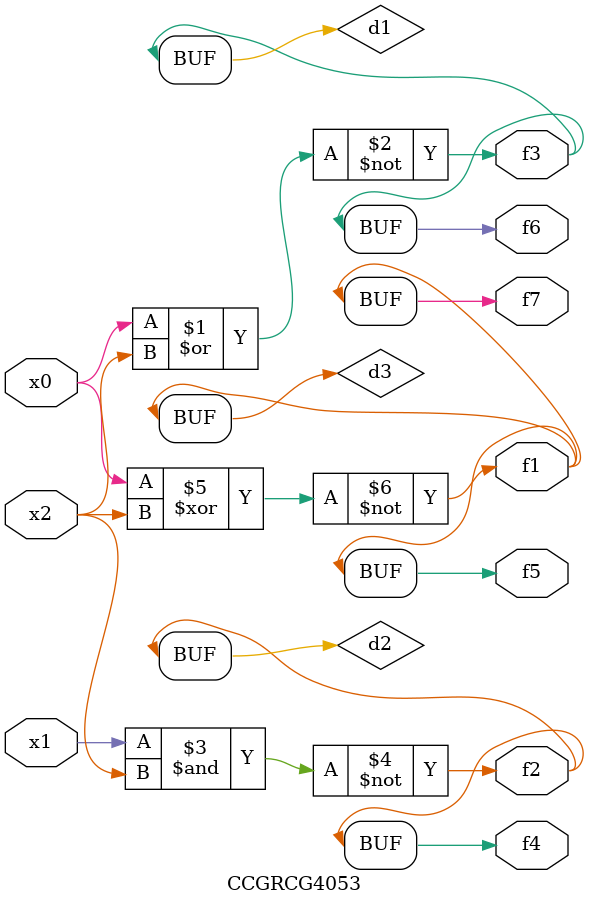
<source format=v>
module CCGRCG4053(
	input x0, x1, x2,
	output f1, f2, f3, f4, f5, f6, f7
);

	wire d1, d2, d3;

	nor (d1, x0, x2);
	nand (d2, x1, x2);
	xnor (d3, x0, x2);
	assign f1 = d3;
	assign f2 = d2;
	assign f3 = d1;
	assign f4 = d2;
	assign f5 = d3;
	assign f6 = d1;
	assign f7 = d3;
endmodule

</source>
